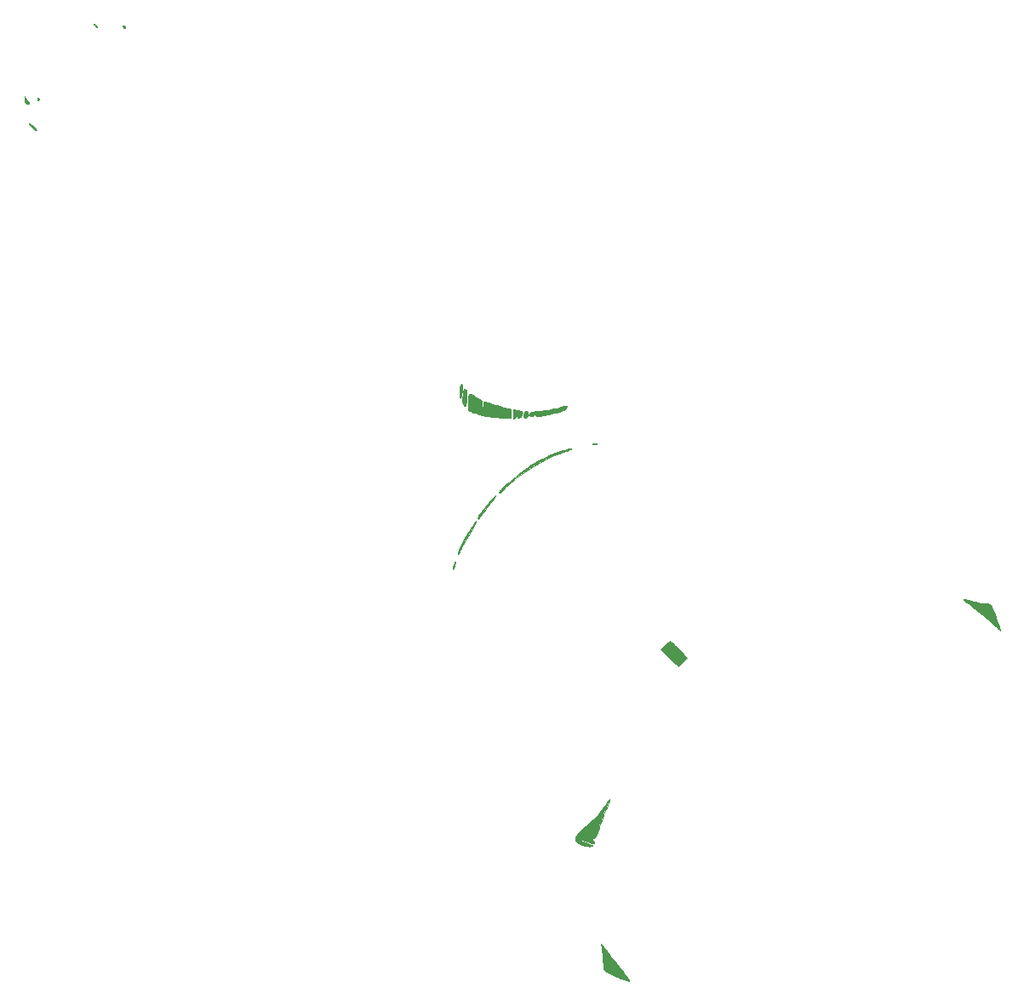
<source format=gbr>
%TF.GenerationSoftware,KiCad,Pcbnew,7.0.2*%
%TF.CreationDate,2023-05-28T20:46:54-05:00*%
%TF.ProjectId,torch-lts,746f7263-682d-46c7-9473-2e6b69636164,1.0*%
%TF.SameCoordinates,Original*%
%TF.FileFunction,Legend,Top*%
%TF.FilePolarity,Positive*%
%FSLAX46Y46*%
G04 Gerber Fmt 4.6, Leading zero omitted, Abs format (unit mm)*
G04 Created by KiCad (PCBNEW 7.0.2) date 2023-05-28 20:46:54*
%MOMM*%
%LPD*%
G01*
G04 APERTURE LIST*
%ADD10C,0.010000*%
G04 APERTURE END LIST*
%TO.C,G\u002A\u002A\u002A*%
D10*
X86720494Y-59431503D02*
X86764751Y-59472894D01*
X86780573Y-59534756D01*
X86772778Y-59579630D01*
X86743859Y-59630686D01*
X86705318Y-59640723D01*
X86657947Y-59609754D01*
X86629893Y-59577194D01*
X86588324Y-59507956D01*
X86583940Y-59458281D01*
X86616680Y-59428534D01*
X86654996Y-59420315D01*
X86720494Y-59431503D01*
G36*
X86720494Y-59431503D02*
G01*
X86764751Y-59472894D01*
X86780573Y-59534756D01*
X86772778Y-59579630D01*
X86743859Y-59630686D01*
X86705318Y-59640723D01*
X86657947Y-59609754D01*
X86629893Y-59577194D01*
X86588324Y-59507956D01*
X86583940Y-59458281D01*
X86616680Y-59428534D01*
X86654996Y-59420315D01*
X86720494Y-59431503D01*
G37*
X95217788Y-52215092D02*
X95285871Y-52250767D01*
X95334459Y-52289435D01*
X95375370Y-52344917D01*
X95381234Y-52395863D01*
X95356943Y-52433148D01*
X95307387Y-52447646D01*
X95255084Y-52437538D01*
X95203131Y-52406243D01*
X95152947Y-52357193D01*
X95117016Y-52304507D01*
X95106917Y-52269983D01*
X95121505Y-52224119D01*
X95160731Y-52206016D01*
X95217788Y-52215092D01*
G36*
X95217788Y-52215092D02*
G01*
X95285871Y-52250767D01*
X95334459Y-52289435D01*
X95375370Y-52344917D01*
X95381234Y-52395863D01*
X95356943Y-52433148D01*
X95307387Y-52447646D01*
X95255084Y-52437538D01*
X95203131Y-52406243D01*
X95152947Y-52357193D01*
X95117016Y-52304507D01*
X95106917Y-52269983D01*
X95121505Y-52224119D01*
X95160731Y-52206016D01*
X95217788Y-52215092D01*
G37*
X92231909Y-52004468D02*
X92287977Y-52037084D01*
X92291250Y-52039337D01*
X92349253Y-52084681D01*
X92411852Y-52141565D01*
X92470630Y-52201242D01*
X92517171Y-52254968D01*
X92543059Y-52293997D01*
X92545750Y-52303794D01*
X92527690Y-52320246D01*
X92494470Y-52325434D01*
X92453158Y-52312260D01*
X92401464Y-52269941D01*
X92341933Y-52203725D01*
X92287893Y-52138746D01*
X92241078Y-52082415D01*
X92211089Y-52046283D01*
X92209899Y-52044845D01*
X92187877Y-52008687D01*
X92196878Y-51995115D01*
X92231909Y-52004468D01*
G36*
X92231909Y-52004468D02*
G01*
X92287977Y-52037084D01*
X92291250Y-52039337D01*
X92349253Y-52084681D01*
X92411852Y-52141565D01*
X92470630Y-52201242D01*
X92517171Y-52254968D01*
X92543059Y-52293997D01*
X92545750Y-52303794D01*
X92527690Y-52320246D01*
X92494470Y-52325434D01*
X92453158Y-52312260D01*
X92401464Y-52269941D01*
X92341933Y-52203725D01*
X92287893Y-52138746D01*
X92241078Y-52082415D01*
X92211089Y-52046283D01*
X92209899Y-52044845D01*
X92187877Y-52008687D01*
X92196878Y-51995115D01*
X92231909Y-52004468D01*
G37*
X142092609Y-93755479D02*
X142164438Y-93765314D01*
X142227521Y-93779917D01*
X142271956Y-93797311D01*
X142287844Y-93815516D01*
X142284199Y-93822373D01*
X142257447Y-93829632D01*
X142199843Y-93836078D01*
X142122869Y-93841219D01*
X142038005Y-93844562D01*
X141956732Y-93845612D01*
X141890532Y-93843878D01*
X141858792Y-93840653D01*
X141811789Y-93824468D01*
X141804585Y-93803632D01*
X141837756Y-93784665D01*
X141853500Y-93780753D01*
X141917886Y-93767334D01*
X141962312Y-93758033D01*
X142021934Y-93752392D01*
X142092609Y-93755479D01*
G36*
X142092609Y-93755479D02*
G01*
X142164438Y-93765314D01*
X142227521Y-93779917D01*
X142271956Y-93797311D01*
X142287844Y-93815516D01*
X142284199Y-93822373D01*
X142257447Y-93829632D01*
X142199843Y-93836078D01*
X142122869Y-93841219D01*
X142038005Y-93844562D01*
X141956732Y-93845612D01*
X141890532Y-93843878D01*
X141858792Y-93840653D01*
X141811789Y-93824468D01*
X141804585Y-93803632D01*
X141837756Y-93784665D01*
X141853500Y-93780753D01*
X141917886Y-93767334D01*
X141962312Y-93758033D01*
X142021934Y-93752392D01*
X142092609Y-93755479D01*
G37*
X128172316Y-105592999D02*
X128174848Y-105650852D01*
X128164494Y-105731509D01*
X128143642Y-105827138D01*
X128114676Y-105929904D01*
X128079984Y-106031971D01*
X128041951Y-106125506D01*
X128002964Y-106202674D01*
X127965410Y-106255641D01*
X127938440Y-106275183D01*
X127921483Y-106273384D01*
X127916439Y-106247181D01*
X127921957Y-106188450D01*
X127922875Y-106181655D01*
X127940852Y-106082733D01*
X127967633Y-105975542D01*
X128000463Y-105867403D01*
X128036590Y-105765638D01*
X128073259Y-105677567D01*
X128107718Y-105610512D01*
X128137212Y-105571793D01*
X128154512Y-105565787D01*
X128172316Y-105592999D01*
G36*
X128172316Y-105592999D02*
G01*
X128174848Y-105650852D01*
X128164494Y-105731509D01*
X128143642Y-105827138D01*
X128114676Y-105929904D01*
X128079984Y-106031971D01*
X128041951Y-106125506D01*
X128002964Y-106202674D01*
X127965410Y-106255641D01*
X127938440Y-106275183D01*
X127921483Y-106273384D01*
X127916439Y-106247181D01*
X127921957Y-106188450D01*
X127922875Y-106181655D01*
X127940852Y-106082733D01*
X127967633Y-105975542D01*
X128000463Y-105867403D01*
X128036590Y-105765638D01*
X128073259Y-105677567D01*
X128107718Y-105610512D01*
X128137212Y-105571793D01*
X128154512Y-105565787D01*
X128172316Y-105592999D01*
G37*
X135290854Y-90548136D02*
X135351652Y-90598559D01*
X135389732Y-90682514D01*
X135404164Y-90797238D01*
X135401344Y-90876658D01*
X135379637Y-91009476D01*
X135338336Y-91106293D01*
X135275210Y-91169715D01*
X135188031Y-91202351D01*
X135117696Y-91208288D01*
X135053822Y-91202980D01*
X135014292Y-91181631D01*
X134993236Y-91155198D01*
X134970950Y-91091724D01*
X134963836Y-91002355D01*
X134970847Y-90900298D01*
X134990932Y-90798759D01*
X135023044Y-90710947D01*
X135029490Y-90698577D01*
X135088894Y-90616849D01*
X135158633Y-90561936D01*
X135230649Y-90538477D01*
X135290854Y-90548136D01*
G36*
X135290854Y-90548136D02*
G01*
X135351652Y-90598559D01*
X135389732Y-90682514D01*
X135404164Y-90797238D01*
X135401344Y-90876658D01*
X135379637Y-91009476D01*
X135338336Y-91106293D01*
X135275210Y-91169715D01*
X135188031Y-91202351D01*
X135117696Y-91208288D01*
X135053822Y-91202980D01*
X135014292Y-91181631D01*
X134993236Y-91155198D01*
X134970950Y-91091724D01*
X134963836Y-91002355D01*
X134970847Y-90900298D01*
X134990932Y-90798759D01*
X135023044Y-90710947D01*
X135029490Y-90698577D01*
X135088894Y-90616849D01*
X135158633Y-90561936D01*
X135230649Y-90538477D01*
X135290854Y-90548136D01*
G37*
X85804593Y-61918510D02*
X85864023Y-61947427D01*
X85938850Y-61995112D01*
X86024242Y-62057830D01*
X86115366Y-62131846D01*
X86207391Y-62213422D01*
X86295484Y-62298824D01*
X86374814Y-62384317D01*
X86438315Y-62463106D01*
X86491142Y-62545433D01*
X86511396Y-62601462D01*
X86500851Y-62629636D01*
X86461284Y-62628401D01*
X86394469Y-62596201D01*
X86333334Y-62555061D01*
X86257765Y-62494712D01*
X86172222Y-62418257D01*
X86082182Y-62331560D01*
X85993122Y-62240483D01*
X85910518Y-62150890D01*
X85839849Y-62068645D01*
X85786590Y-61999610D01*
X85756220Y-61949650D01*
X85751250Y-61931924D01*
X85765391Y-61912097D01*
X85804593Y-61918510D01*
G36*
X85804593Y-61918510D02*
G01*
X85864023Y-61947427D01*
X85938850Y-61995112D01*
X86024242Y-62057830D01*
X86115366Y-62131846D01*
X86207391Y-62213422D01*
X86295484Y-62298824D01*
X86374814Y-62384317D01*
X86438315Y-62463106D01*
X86491142Y-62545433D01*
X86511396Y-62601462D01*
X86500851Y-62629636D01*
X86461284Y-62628401D01*
X86394469Y-62596201D01*
X86333334Y-62555061D01*
X86257765Y-62494712D01*
X86172222Y-62418257D01*
X86082182Y-62331560D01*
X85993122Y-62240483D01*
X85910518Y-62150890D01*
X85839849Y-62068645D01*
X85786590Y-61999610D01*
X85756220Y-61949650D01*
X85751250Y-61931924D01*
X85765391Y-61912097D01*
X85804593Y-61918510D01*
G37*
X85358707Y-59265293D02*
X85383031Y-59314136D01*
X85412650Y-59384108D01*
X85422270Y-59408807D01*
X85480396Y-59541164D01*
X85537894Y-59631748D01*
X85595180Y-59681110D01*
X85636227Y-59691434D01*
X85692665Y-59710227D01*
X85730331Y-59764076D01*
X85747265Y-59849188D01*
X85747131Y-59906268D01*
X85738126Y-59979321D01*
X85717917Y-60017330D01*
X85681049Y-60022020D01*
X85622068Y-59995114D01*
X85570266Y-59962156D01*
X85453800Y-59862125D01*
X85375766Y-59744386D01*
X85349423Y-59672757D01*
X85339945Y-59620159D01*
X85333203Y-59547198D01*
X85329328Y-59464449D01*
X85328448Y-59382487D01*
X85330695Y-59311890D01*
X85336198Y-59263232D01*
X85344192Y-59246934D01*
X85358707Y-59265293D01*
G36*
X85358707Y-59265293D02*
G01*
X85383031Y-59314136D01*
X85412650Y-59384108D01*
X85422270Y-59408807D01*
X85480396Y-59541164D01*
X85537894Y-59631748D01*
X85595180Y-59681110D01*
X85636227Y-59691434D01*
X85692665Y-59710227D01*
X85730331Y-59764076D01*
X85747265Y-59849188D01*
X85747131Y-59906268D01*
X85738126Y-59979321D01*
X85717917Y-60017330D01*
X85681049Y-60022020D01*
X85622068Y-59995114D01*
X85570266Y-59962156D01*
X85453800Y-59862125D01*
X85375766Y-59744386D01*
X85349423Y-59672757D01*
X85339945Y-59620159D01*
X85333203Y-59547198D01*
X85329328Y-59464449D01*
X85328448Y-59382487D01*
X85330695Y-59311890D01*
X85336198Y-59263232D01*
X85344192Y-59246934D01*
X85358707Y-59265293D01*
G37*
X128787377Y-87877584D02*
X128813593Y-87912530D01*
X128817968Y-87919216D01*
X128833354Y-87947701D01*
X128843999Y-87983055D01*
X128850625Y-88032830D01*
X128853953Y-88104575D01*
X128854703Y-88205841D01*
X128854089Y-88297472D01*
X128849139Y-88448497D01*
X128837868Y-88605844D01*
X128821437Y-88760960D01*
X128801005Y-88905294D01*
X128777733Y-89030292D01*
X128752782Y-89127403D01*
X128735216Y-89173629D01*
X128698467Y-89223453D01*
X128658944Y-89234893D01*
X128623773Y-89207385D01*
X128611758Y-89183432D01*
X128590666Y-89100089D01*
X128578564Y-88987592D01*
X128574717Y-88853366D01*
X128578388Y-88704836D01*
X128588841Y-88549429D01*
X128605342Y-88394569D01*
X128627153Y-88247683D01*
X128653539Y-88116195D01*
X128683764Y-88007532D01*
X128717093Y-87929118D01*
X128739046Y-87898897D01*
X128767369Y-87874286D01*
X128787377Y-87877584D01*
G36*
X128787377Y-87877584D02*
G01*
X128813593Y-87912530D01*
X128817968Y-87919216D01*
X128833354Y-87947701D01*
X128843999Y-87983055D01*
X128850625Y-88032830D01*
X128853953Y-88104575D01*
X128854703Y-88205841D01*
X128854089Y-88297472D01*
X128849139Y-88448497D01*
X128837868Y-88605844D01*
X128821437Y-88760960D01*
X128801005Y-88905294D01*
X128777733Y-89030292D01*
X128752782Y-89127403D01*
X128735216Y-89173629D01*
X128698467Y-89223453D01*
X128658944Y-89234893D01*
X128623773Y-89207385D01*
X128611758Y-89183432D01*
X128590666Y-89100089D01*
X128578564Y-88987592D01*
X128574717Y-88853366D01*
X128578388Y-88704836D01*
X128588841Y-88549429D01*
X128605342Y-88394569D01*
X128627153Y-88247683D01*
X128653539Y-88116195D01*
X128683764Y-88007532D01*
X128717093Y-87929118D01*
X128739046Y-87898897D01*
X128767369Y-87874286D01*
X128787377Y-87877584D01*
G37*
X129149881Y-88346004D02*
X129210114Y-88393931D01*
X129255666Y-88471850D01*
X129269545Y-88514593D01*
X129288939Y-88616982D01*
X129301466Y-88742355D01*
X129307617Y-88885210D01*
X129307886Y-89040048D01*
X129302763Y-89201368D01*
X129292743Y-89363670D01*
X129278316Y-89521454D01*
X129259975Y-89669219D01*
X129238212Y-89801465D01*
X129213520Y-89912693D01*
X129186391Y-89997400D01*
X129157317Y-90050088D01*
X129130735Y-90065600D01*
X129103490Y-90049883D01*
X129062202Y-90009225D01*
X129027332Y-89967127D01*
X128975220Y-89887465D01*
X128935799Y-89798768D01*
X128908644Y-89696223D01*
X128893328Y-89575017D01*
X128889425Y-89430338D01*
X128896508Y-89257374D01*
X128914151Y-89051312D01*
X128931902Y-88890337D01*
X128952698Y-88721035D01*
X128971254Y-88589358D01*
X128988797Y-88490740D01*
X129006554Y-88420616D01*
X129025753Y-88374420D01*
X129047620Y-88347587D01*
X129073384Y-88335550D01*
X129081385Y-88334218D01*
X129149881Y-88346004D01*
G36*
X129149881Y-88346004D02*
G01*
X129210114Y-88393931D01*
X129255666Y-88471850D01*
X129269545Y-88514593D01*
X129288939Y-88616982D01*
X129301466Y-88742355D01*
X129307617Y-88885210D01*
X129307886Y-89040048D01*
X129302763Y-89201368D01*
X129292743Y-89363670D01*
X129278316Y-89521454D01*
X129259975Y-89669219D01*
X129238212Y-89801465D01*
X129213520Y-89912693D01*
X129186391Y-89997400D01*
X129157317Y-90050088D01*
X129130735Y-90065600D01*
X129103490Y-90049883D01*
X129062202Y-90009225D01*
X129027332Y-89967127D01*
X128975220Y-89887465D01*
X128935799Y-89798768D01*
X128908644Y-89696223D01*
X128893328Y-89575017D01*
X128889425Y-89430338D01*
X128896508Y-89257374D01*
X128914151Y-89051312D01*
X128931902Y-88890337D01*
X128952698Y-88721035D01*
X128971254Y-88589358D01*
X128988797Y-88490740D01*
X129006554Y-88420616D01*
X129025753Y-88374420D01*
X129047620Y-88347587D01*
X129073384Y-88335550D01*
X129081385Y-88334218D01*
X129149881Y-88346004D01*
G37*
X132190917Y-98979371D02*
X132183660Y-99002304D01*
X132160933Y-99042716D01*
X132121306Y-99102532D01*
X132063345Y-99183676D01*
X131985619Y-99288076D01*
X131886696Y-99417657D01*
X131765143Y-99574343D01*
X131619529Y-99760061D01*
X131461184Y-99960617D01*
X131310805Y-100151786D01*
X131166948Y-100336955D01*
X131032163Y-100512698D01*
X130909001Y-100675588D01*
X130800011Y-100822198D01*
X130707745Y-100949103D01*
X130634753Y-101052876D01*
X130583585Y-101130090D01*
X130558898Y-101172809D01*
X130519106Y-101236541D01*
X130482571Y-101260048D01*
X130451002Y-101242795D01*
X130434768Y-101211652D01*
X130424028Y-101158189D01*
X130431793Y-101096773D01*
X130460154Y-101023594D01*
X130511198Y-100934842D01*
X130587016Y-100826707D01*
X130689697Y-100695377D01*
X130773513Y-100593763D01*
X130851532Y-100497727D01*
X130943820Y-100379627D01*
X131040592Y-100252234D01*
X131132063Y-100128319D01*
X131162710Y-100085763D01*
X131318244Y-99871430D01*
X131457859Y-99686870D01*
X131587046Y-99525335D01*
X131711295Y-99380078D01*
X131836095Y-99244351D01*
X131905735Y-99172559D01*
X132011688Y-99069059D01*
X132092560Y-98998790D01*
X132148965Y-98961338D01*
X132181514Y-98956287D01*
X132190917Y-98979371D01*
G36*
X132190917Y-98979371D02*
G01*
X132183660Y-99002304D01*
X132160933Y-99042716D01*
X132121306Y-99102532D01*
X132063345Y-99183676D01*
X131985619Y-99288076D01*
X131886696Y-99417657D01*
X131765143Y-99574343D01*
X131619529Y-99760061D01*
X131461184Y-99960617D01*
X131310805Y-100151786D01*
X131166948Y-100336955D01*
X131032163Y-100512698D01*
X130909001Y-100675588D01*
X130800011Y-100822198D01*
X130707745Y-100949103D01*
X130634753Y-101052876D01*
X130583585Y-101130090D01*
X130558898Y-101172809D01*
X130519106Y-101236541D01*
X130482571Y-101260048D01*
X130451002Y-101242795D01*
X130434768Y-101211652D01*
X130424028Y-101158189D01*
X130431793Y-101096773D01*
X130460154Y-101023594D01*
X130511198Y-100934842D01*
X130587016Y-100826707D01*
X130689697Y-100695377D01*
X130773513Y-100593763D01*
X130851532Y-100497727D01*
X130943820Y-100379627D01*
X131040592Y-100252234D01*
X131132063Y-100128319D01*
X131162710Y-100085763D01*
X131318244Y-99871430D01*
X131457859Y-99686870D01*
X131587046Y-99525335D01*
X131711295Y-99380078D01*
X131836095Y-99244351D01*
X131905735Y-99172559D01*
X132011688Y-99069059D01*
X132092560Y-98998790D01*
X132148965Y-98961338D01*
X132181514Y-98956287D01*
X132190917Y-98979371D01*
G37*
X133992724Y-90392159D02*
X134030966Y-90399610D01*
X134102060Y-90412514D01*
X134197114Y-90429291D01*
X134307234Y-90448359D01*
X134353556Y-90456282D01*
X134508642Y-90484490D01*
X134626679Y-90510707D01*
X134712761Y-90536953D01*
X134771982Y-90565248D01*
X134809437Y-90597612D01*
X134830219Y-90636065D01*
X134833321Y-90646536D01*
X134840304Y-90733985D01*
X134825636Y-90839518D01*
X134793660Y-90950224D01*
X134748723Y-91053190D01*
X134695167Y-91135503D01*
X134656192Y-91172983D01*
X134568141Y-91216500D01*
X134482794Y-91221058D01*
X134406267Y-91186348D01*
X134405345Y-91185627D01*
X134374518Y-91159393D01*
X134357219Y-91133525D01*
X134350714Y-91096420D01*
X134352271Y-91036474D01*
X134356443Y-90978015D01*
X134368517Y-90818365D01*
X134323940Y-90891774D01*
X134247973Y-91013768D01*
X134177296Y-91121425D01*
X134115420Y-91209833D01*
X134065857Y-91274081D01*
X134032117Y-91309256D01*
X134021739Y-91314434D01*
X133985008Y-91298442D01*
X133976407Y-91288263D01*
X133971141Y-91260016D01*
X133965720Y-91196151D01*
X133960504Y-91103381D01*
X133955853Y-90988416D01*
X133952129Y-90857971D01*
X133951340Y-90821527D01*
X133942447Y-90380963D01*
X133992724Y-90392159D01*
G36*
X133992724Y-90392159D02*
G01*
X134030966Y-90399610D01*
X134102060Y-90412514D01*
X134197114Y-90429291D01*
X134307234Y-90448359D01*
X134353556Y-90456282D01*
X134508642Y-90484490D01*
X134626679Y-90510707D01*
X134712761Y-90536953D01*
X134771982Y-90565248D01*
X134809437Y-90597612D01*
X134830219Y-90636065D01*
X134833321Y-90646536D01*
X134840304Y-90733985D01*
X134825636Y-90839518D01*
X134793660Y-90950224D01*
X134748723Y-91053190D01*
X134695167Y-91135503D01*
X134656192Y-91172983D01*
X134568141Y-91216500D01*
X134482794Y-91221058D01*
X134406267Y-91186348D01*
X134405345Y-91185627D01*
X134374518Y-91159393D01*
X134357219Y-91133525D01*
X134350714Y-91096420D01*
X134352271Y-91036474D01*
X134356443Y-90978015D01*
X134368517Y-90818365D01*
X134323940Y-90891774D01*
X134247973Y-91013768D01*
X134177296Y-91121425D01*
X134115420Y-91209833D01*
X134065857Y-91274081D01*
X134032117Y-91309256D01*
X134021739Y-91314434D01*
X133985008Y-91298442D01*
X133976407Y-91288263D01*
X133971141Y-91260016D01*
X133965720Y-91196151D01*
X133960504Y-91103381D01*
X133955853Y-90988416D01*
X133952129Y-90857971D01*
X133951340Y-90821527D01*
X133942447Y-90380963D01*
X133992724Y-90392159D01*
G37*
X130241072Y-101512927D02*
X130233235Y-101563473D01*
X130204371Y-101645090D01*
X130155601Y-101755627D01*
X130088040Y-101892936D01*
X130002808Y-102054865D01*
X129901022Y-102239266D01*
X129783801Y-102443989D01*
X129652262Y-102666885D01*
X129507523Y-102905802D01*
X129417668Y-103051350D01*
X129279181Y-103275634D01*
X129160851Y-103470879D01*
X129059312Y-103643240D01*
X128971199Y-103798873D01*
X128893145Y-103943936D01*
X128821786Y-104084585D01*
X128753755Y-104226975D01*
X128685686Y-104377265D01*
X128656709Y-104443229D01*
X128593806Y-104579618D01*
X128541138Y-104676220D01*
X128497888Y-104734111D01*
X128463236Y-104754369D01*
X128436365Y-104738071D01*
X128434684Y-104735477D01*
X128430538Y-104696605D01*
X128442387Y-104625955D01*
X128468034Y-104529975D01*
X128505286Y-104415113D01*
X128551945Y-104287815D01*
X128605815Y-104154531D01*
X128664702Y-104021707D01*
X128709042Y-103929843D01*
X128775580Y-103801566D01*
X128855863Y-103653936D01*
X128947711Y-103490451D01*
X129048942Y-103314608D01*
X129157376Y-103129905D01*
X129270832Y-102939840D01*
X129387130Y-102747911D01*
X129504087Y-102557616D01*
X129619524Y-102372451D01*
X129731260Y-102195917D01*
X129837113Y-102031509D01*
X129934904Y-101882725D01*
X130022450Y-101753065D01*
X130097572Y-101646024D01*
X130158089Y-101565102D01*
X130201819Y-101513796D01*
X130226581Y-101495603D01*
X130226766Y-101495600D01*
X130241072Y-101512927D01*
G36*
X130241072Y-101512927D02*
G01*
X130233235Y-101563473D01*
X130204371Y-101645090D01*
X130155601Y-101755627D01*
X130088040Y-101892936D01*
X130002808Y-102054865D01*
X129901022Y-102239266D01*
X129783801Y-102443989D01*
X129652262Y-102666885D01*
X129507523Y-102905802D01*
X129417668Y-103051350D01*
X129279181Y-103275634D01*
X129160851Y-103470879D01*
X129059312Y-103643240D01*
X128971199Y-103798873D01*
X128893145Y-103943936D01*
X128821786Y-104084585D01*
X128753755Y-104226975D01*
X128685686Y-104377265D01*
X128656709Y-104443229D01*
X128593806Y-104579618D01*
X128541138Y-104676220D01*
X128497888Y-104734111D01*
X128463236Y-104754369D01*
X128436365Y-104738071D01*
X128434684Y-104735477D01*
X128430538Y-104696605D01*
X128442387Y-104625955D01*
X128468034Y-104529975D01*
X128505286Y-104415113D01*
X128551945Y-104287815D01*
X128605815Y-104154531D01*
X128664702Y-104021707D01*
X128709042Y-103929843D01*
X128775580Y-103801566D01*
X128855863Y-103653936D01*
X128947711Y-103490451D01*
X129048942Y-103314608D01*
X129157376Y-103129905D01*
X129270832Y-102939840D01*
X129387130Y-102747911D01*
X129504087Y-102557616D01*
X129619524Y-102372451D01*
X129731260Y-102195917D01*
X129837113Y-102031509D01*
X129934904Y-101882725D01*
X130022450Y-101753065D01*
X130097572Y-101646024D01*
X130158089Y-101565102D01*
X130201819Y-101513796D01*
X130226581Y-101495603D01*
X130226766Y-101495600D01*
X130241072Y-101512927D01*
G37*
X149678506Y-113565390D02*
X149739333Y-113615261D01*
X149825836Y-113690849D01*
X149933649Y-113788043D01*
X150058407Y-113902733D01*
X150195745Y-114030808D01*
X150341297Y-114168158D01*
X150490699Y-114310673D01*
X150639585Y-114454242D01*
X150783590Y-114594754D01*
X150918349Y-114728098D01*
X150995549Y-114805580D01*
X151247599Y-115060185D01*
X151016716Y-115307939D01*
X150908040Y-115421891D01*
X150797434Y-115533090D01*
X150689483Y-115637368D01*
X150588773Y-115730556D01*
X150499893Y-115808486D01*
X150427427Y-115866992D01*
X150375964Y-115901905D01*
X150354072Y-115910100D01*
X150327287Y-115896260D01*
X150275955Y-115858002D01*
X150206074Y-115800222D01*
X150123641Y-115727813D01*
X150065458Y-115674558D01*
X149976607Y-115590910D01*
X149871979Y-115490705D01*
X149755019Y-115377388D01*
X149629171Y-115254404D01*
X149497879Y-115125196D01*
X149364588Y-114993211D01*
X149232741Y-114861892D01*
X149105785Y-114734684D01*
X148987162Y-114615032D01*
X148880317Y-114506381D01*
X148788695Y-114412175D01*
X148715740Y-114335859D01*
X148664897Y-114280878D01*
X148639609Y-114250677D01*
X148637417Y-114246396D01*
X148652385Y-114221799D01*
X148693860Y-114173980D01*
X148756699Y-114107830D01*
X148835760Y-114028243D01*
X148925899Y-113940110D01*
X149021974Y-113848323D01*
X149118843Y-113757775D01*
X149211362Y-113673356D01*
X149294389Y-113599959D01*
X149362780Y-113542477D01*
X149411394Y-113505801D01*
X149424085Y-113498086D01*
X149522836Y-113446156D01*
X149678506Y-113565390D01*
G36*
X149678506Y-113565390D02*
G01*
X149739333Y-113615261D01*
X149825836Y-113690849D01*
X149933649Y-113788043D01*
X150058407Y-113902733D01*
X150195745Y-114030808D01*
X150341297Y-114168158D01*
X150490699Y-114310673D01*
X150639585Y-114454242D01*
X150783590Y-114594754D01*
X150918349Y-114728098D01*
X150995549Y-114805580D01*
X151247599Y-115060185D01*
X151016716Y-115307939D01*
X150908040Y-115421891D01*
X150797434Y-115533090D01*
X150689483Y-115637368D01*
X150588773Y-115730556D01*
X150499893Y-115808486D01*
X150427427Y-115866992D01*
X150375964Y-115901905D01*
X150354072Y-115910100D01*
X150327287Y-115896260D01*
X150275955Y-115858002D01*
X150206074Y-115800222D01*
X150123641Y-115727813D01*
X150065458Y-115674558D01*
X149976607Y-115590910D01*
X149871979Y-115490705D01*
X149755019Y-115377388D01*
X149629171Y-115254404D01*
X149497879Y-115125196D01*
X149364588Y-114993211D01*
X149232741Y-114861892D01*
X149105785Y-114734684D01*
X148987162Y-114615032D01*
X148880317Y-114506381D01*
X148788695Y-114412175D01*
X148715740Y-114335859D01*
X148664897Y-114280878D01*
X148639609Y-114250677D01*
X148637417Y-114246396D01*
X148652385Y-114221799D01*
X148693860Y-114173980D01*
X148756699Y-114107830D01*
X148835760Y-114028243D01*
X148925899Y-113940110D01*
X149021974Y-113848323D01*
X149118843Y-113757775D01*
X149211362Y-113673356D01*
X149294389Y-113599959D01*
X149362780Y-113542477D01*
X149411394Y-113505801D01*
X149424085Y-113498086D01*
X149522836Y-113446156D01*
X149678506Y-113565390D01*
G37*
X142689971Y-143553565D02*
X142726710Y-143597106D01*
X142782368Y-143666188D01*
X142853665Y-143756677D01*
X142937320Y-143864439D01*
X143030053Y-143985342D01*
X143051328Y-144013269D01*
X143393072Y-144461418D01*
X143712037Y-144877638D01*
X144007878Y-145261482D01*
X144280249Y-145612503D01*
X144528805Y-145930257D01*
X144753200Y-146214296D01*
X144859616Y-146347767D01*
X144970667Y-146487026D01*
X145077062Y-146621326D01*
X145174894Y-146745670D01*
X145260260Y-146855063D01*
X145329254Y-146944511D01*
X145377971Y-147009018D01*
X145396003Y-147033901D01*
X145453227Y-147126000D01*
X145480585Y-147195050D01*
X145477747Y-147239196D01*
X145444378Y-147256584D01*
X145435959Y-147256753D01*
X145402593Y-147249656D01*
X145335826Y-147230448D01*
X145242153Y-147201183D01*
X145128068Y-147163912D01*
X145000063Y-147120685D01*
X144943834Y-147101290D01*
X144754055Y-147034957D01*
X144595762Y-146978345D01*
X144460215Y-146927988D01*
X144338671Y-146880422D01*
X144222389Y-146832183D01*
X144102628Y-146779805D01*
X143970646Y-146719825D01*
X143906667Y-146690234D01*
X143654804Y-146569614D01*
X143440206Y-146458985D01*
X143263474Y-146358719D01*
X143125206Y-146269191D01*
X143026000Y-146190775D01*
X142966456Y-146123847D01*
X142951153Y-146093066D01*
X142934694Y-146022250D01*
X142918336Y-145910850D01*
X142902242Y-145760615D01*
X142886580Y-145573291D01*
X142871514Y-145350629D01*
X142857985Y-145109517D01*
X142840731Y-144820091D01*
X142819911Y-144561790D01*
X142794313Y-144323469D01*
X142762727Y-144093986D01*
X142723942Y-143862196D01*
X142720304Y-143842193D01*
X142701611Y-143736163D01*
X142687023Y-143645882D01*
X142677684Y-143579057D01*
X142674736Y-143543396D01*
X142675432Y-143539696D01*
X142689971Y-143553565D01*
G36*
X142689971Y-143553565D02*
G01*
X142726710Y-143597106D01*
X142782368Y-143666188D01*
X142853665Y-143756677D01*
X142937320Y-143864439D01*
X143030053Y-143985342D01*
X143051328Y-144013269D01*
X143393072Y-144461418D01*
X143712037Y-144877638D01*
X144007878Y-145261482D01*
X144280249Y-145612503D01*
X144528805Y-145930257D01*
X144753200Y-146214296D01*
X144859616Y-146347767D01*
X144970667Y-146487026D01*
X145077062Y-146621326D01*
X145174894Y-146745670D01*
X145260260Y-146855063D01*
X145329254Y-146944511D01*
X145377971Y-147009018D01*
X145396003Y-147033901D01*
X145453227Y-147126000D01*
X145480585Y-147195050D01*
X145477747Y-147239196D01*
X145444378Y-147256584D01*
X145435959Y-147256753D01*
X145402593Y-147249656D01*
X145335826Y-147230448D01*
X145242153Y-147201183D01*
X145128068Y-147163912D01*
X145000063Y-147120685D01*
X144943834Y-147101290D01*
X144754055Y-147034957D01*
X144595762Y-146978345D01*
X144460215Y-146927988D01*
X144338671Y-146880422D01*
X144222389Y-146832183D01*
X144102628Y-146779805D01*
X143970646Y-146719825D01*
X143906667Y-146690234D01*
X143654804Y-146569614D01*
X143440206Y-146458985D01*
X143263474Y-146358719D01*
X143125206Y-146269191D01*
X143026000Y-146190775D01*
X142966456Y-146123847D01*
X142951153Y-146093066D01*
X142934694Y-146022250D01*
X142918336Y-145910850D01*
X142902242Y-145760615D01*
X142886580Y-145573291D01*
X142871514Y-145350629D01*
X142857985Y-145109517D01*
X142840731Y-144820091D01*
X142819911Y-144561790D01*
X142794313Y-144323469D01*
X142762727Y-144093986D01*
X142723942Y-143862196D01*
X142720304Y-143842193D01*
X142701611Y-143736163D01*
X142687023Y-143645882D01*
X142677684Y-143579057D01*
X142674736Y-143543396D01*
X142675432Y-143539696D01*
X142689971Y-143553565D01*
G37*
X139241024Y-90014033D02*
X139243308Y-90015088D01*
X139259121Y-90047489D01*
X139256723Y-90104902D01*
X139239236Y-90175773D01*
X139209778Y-90248549D01*
X139171469Y-90311674D01*
X139159235Y-90326432D01*
X139098374Y-90374406D01*
X138999097Y-90427858D01*
X138864807Y-90485700D01*
X138698910Y-90546847D01*
X138504809Y-90610211D01*
X138285909Y-90674707D01*
X138045615Y-90739248D01*
X137787331Y-90802746D01*
X137514461Y-90864117D01*
X137396482Y-90888965D01*
X137270327Y-90914216D01*
X137128978Y-90941185D01*
X136979198Y-90968716D01*
X136827748Y-90995654D01*
X136681391Y-91020843D01*
X136546889Y-91043126D01*
X136431004Y-91061349D01*
X136340498Y-91074356D01*
X136282133Y-91080990D01*
X136269425Y-91081600D01*
X136212329Y-91060903D01*
X136148254Y-90999265D01*
X136092131Y-90920394D01*
X136075062Y-90899327D01*
X136056351Y-90900319D01*
X136026427Y-90927384D01*
X135996881Y-90960343D01*
X135937900Y-91014149D01*
X135873834Y-91053120D01*
X135852890Y-91060885D01*
X135795300Y-91075547D01*
X135753374Y-91078527D01*
X135707662Y-91068744D01*
X135651667Y-91049716D01*
X135561566Y-91003430D01*
X135509045Y-90944346D01*
X135495365Y-90876722D01*
X135521782Y-90804817D01*
X135564428Y-90754571D01*
X135631177Y-90706437D01*
X135724885Y-90663734D01*
X135848053Y-90625934D01*
X136003185Y-90592509D01*
X136192781Y-90562931D01*
X136419345Y-90536671D01*
X136685379Y-90513201D01*
X136720584Y-90510509D01*
X137070200Y-90479678D01*
X137389047Y-90441367D01*
X137688341Y-90393510D01*
X137979298Y-90334039D01*
X138273135Y-90260887D01*
X138581067Y-90171986D01*
X138616766Y-90161007D01*
X138767983Y-90115878D01*
X138907813Y-90077260D01*
X139030643Y-90046459D01*
X139130863Y-90024783D01*
X139202861Y-90013539D01*
X139241024Y-90014033D01*
G36*
X139241024Y-90014033D02*
G01*
X139243308Y-90015088D01*
X139259121Y-90047489D01*
X139256723Y-90104902D01*
X139239236Y-90175773D01*
X139209778Y-90248549D01*
X139171469Y-90311674D01*
X139159235Y-90326432D01*
X139098374Y-90374406D01*
X138999097Y-90427858D01*
X138864807Y-90485700D01*
X138698910Y-90546847D01*
X138504809Y-90610211D01*
X138285909Y-90674707D01*
X138045615Y-90739248D01*
X137787331Y-90802746D01*
X137514461Y-90864117D01*
X137396482Y-90888965D01*
X137270327Y-90914216D01*
X137128978Y-90941185D01*
X136979198Y-90968716D01*
X136827748Y-90995654D01*
X136681391Y-91020843D01*
X136546889Y-91043126D01*
X136431004Y-91061349D01*
X136340498Y-91074356D01*
X136282133Y-91080990D01*
X136269425Y-91081600D01*
X136212329Y-91060903D01*
X136148254Y-90999265D01*
X136092131Y-90920394D01*
X136075062Y-90899327D01*
X136056351Y-90900319D01*
X136026427Y-90927384D01*
X135996881Y-90960343D01*
X135937900Y-91014149D01*
X135873834Y-91053120D01*
X135852890Y-91060885D01*
X135795300Y-91075547D01*
X135753374Y-91078527D01*
X135707662Y-91068744D01*
X135651667Y-91049716D01*
X135561566Y-91003430D01*
X135509045Y-90944346D01*
X135495365Y-90876722D01*
X135521782Y-90804817D01*
X135564428Y-90754571D01*
X135631177Y-90706437D01*
X135724885Y-90663734D01*
X135848053Y-90625934D01*
X136003185Y-90592509D01*
X136192781Y-90562931D01*
X136419345Y-90536671D01*
X136685379Y-90513201D01*
X136720584Y-90510509D01*
X137070200Y-90479678D01*
X137389047Y-90441367D01*
X137688341Y-90393510D01*
X137979298Y-90334039D01*
X138273135Y-90260887D01*
X138581067Y-90171986D01*
X138616766Y-90161007D01*
X138767983Y-90115878D01*
X138907813Y-90077260D01*
X139030643Y-90046459D01*
X139130863Y-90024783D01*
X139202861Y-90013539D01*
X139241024Y-90014033D01*
G37*
X139705821Y-94275696D02*
X139720733Y-94292572D01*
X139707629Y-94319618D01*
X139653699Y-94354591D01*
X139559644Y-94397189D01*
X139426166Y-94447113D01*
X139253965Y-94504060D01*
X139163256Y-94532132D01*
X138840615Y-94634688D01*
X138534129Y-94741993D01*
X138232889Y-94858387D01*
X137925986Y-94988211D01*
X137602511Y-95135808D01*
X137387334Y-95238885D01*
X136810037Y-95535343D01*
X136226037Y-95865259D01*
X135644450Y-96222825D01*
X135074394Y-96602234D01*
X134524987Y-96997679D01*
X134064167Y-97355664D01*
X133929108Y-97465752D01*
X133805928Y-97568994D01*
X133687960Y-97671420D01*
X133568534Y-97779062D01*
X133440983Y-97897950D01*
X133298637Y-98034116D01*
X133134828Y-98193590D01*
X133101084Y-98226674D01*
X132953344Y-98370230D01*
X132831886Y-98484925D01*
X132734168Y-98572904D01*
X132657648Y-98636314D01*
X132599786Y-98677298D01*
X132558040Y-98698002D01*
X132538431Y-98701600D01*
X132532006Y-98683027D01*
X132533184Y-98636469D01*
X132535573Y-98615387D01*
X132555497Y-98543719D01*
X132591628Y-98467132D01*
X132606699Y-98443225D01*
X132657863Y-98380382D01*
X132739293Y-98294521D01*
X132847697Y-98188426D01*
X132979777Y-98064878D01*
X133132239Y-97926662D01*
X133301788Y-97776560D01*
X133485130Y-97617355D01*
X133678968Y-97451831D01*
X133880008Y-97282770D01*
X134084955Y-97112955D01*
X134290514Y-96945169D01*
X134493389Y-96782196D01*
X134690286Y-96626818D01*
X134877909Y-96481819D01*
X135052964Y-96349981D01*
X135212156Y-96234087D01*
X135273553Y-96190793D01*
X135577497Y-95989654D01*
X135916679Y-95784572D01*
X136284604Y-95578695D01*
X136674774Y-95375172D01*
X137080693Y-95177154D01*
X137495865Y-94987789D01*
X137913793Y-94810226D01*
X138327981Y-94647615D01*
X138731932Y-94503105D01*
X138806873Y-94477993D01*
X139051791Y-94399514D01*
X139258763Y-94338922D01*
X139427721Y-94296230D01*
X139558595Y-94271452D01*
X139651318Y-94264603D01*
X139705821Y-94275696D01*
G36*
X139705821Y-94275696D02*
G01*
X139720733Y-94292572D01*
X139707629Y-94319618D01*
X139653699Y-94354591D01*
X139559644Y-94397189D01*
X139426166Y-94447113D01*
X139253965Y-94504060D01*
X139163256Y-94532132D01*
X138840615Y-94634688D01*
X138534129Y-94741993D01*
X138232889Y-94858387D01*
X137925986Y-94988211D01*
X137602511Y-95135808D01*
X137387334Y-95238885D01*
X136810037Y-95535343D01*
X136226037Y-95865259D01*
X135644450Y-96222825D01*
X135074394Y-96602234D01*
X134524987Y-96997679D01*
X134064167Y-97355664D01*
X133929108Y-97465752D01*
X133805928Y-97568994D01*
X133687960Y-97671420D01*
X133568534Y-97779062D01*
X133440983Y-97897950D01*
X133298637Y-98034116D01*
X133134828Y-98193590D01*
X133101084Y-98226674D01*
X132953344Y-98370230D01*
X132831886Y-98484925D01*
X132734168Y-98572904D01*
X132657648Y-98636314D01*
X132599786Y-98677298D01*
X132558040Y-98698002D01*
X132538431Y-98701600D01*
X132532006Y-98683027D01*
X132533184Y-98636469D01*
X132535573Y-98615387D01*
X132555497Y-98543719D01*
X132591628Y-98467132D01*
X132606699Y-98443225D01*
X132657863Y-98380382D01*
X132739293Y-98294521D01*
X132847697Y-98188426D01*
X132979777Y-98064878D01*
X133132239Y-97926662D01*
X133301788Y-97776560D01*
X133485130Y-97617355D01*
X133678968Y-97451831D01*
X133880008Y-97282770D01*
X134084955Y-97112955D01*
X134290514Y-96945169D01*
X134493389Y-96782196D01*
X134690286Y-96626818D01*
X134877909Y-96481819D01*
X135052964Y-96349981D01*
X135212156Y-96234087D01*
X135273553Y-96190793D01*
X135577497Y-95989654D01*
X135916679Y-95784572D01*
X136284604Y-95578695D01*
X136674774Y-95375172D01*
X137080693Y-95177154D01*
X137495865Y-94987789D01*
X137913793Y-94810226D01*
X138327981Y-94647615D01*
X138731932Y-94503105D01*
X138806873Y-94477993D01*
X139051791Y-94399514D01*
X139258763Y-94338922D01*
X139427721Y-94296230D01*
X139558595Y-94271452D01*
X139651318Y-94264603D01*
X139705821Y-94275696D01*
G37*
X178907613Y-109299093D02*
X179037558Y-109325688D01*
X179201939Y-109367503D01*
X179255000Y-109382205D01*
X179501282Y-109450694D01*
X179713651Y-109507584D01*
X179898532Y-109554115D01*
X180062350Y-109591529D01*
X180211531Y-109621068D01*
X180352501Y-109643972D01*
X180491684Y-109661482D01*
X180635506Y-109674840D01*
X180790394Y-109685287D01*
X180837611Y-109687913D01*
X180980420Y-109697029D01*
X181103778Y-109707808D01*
X181201066Y-109719524D01*
X181265662Y-109731448D01*
X181282441Y-109736748D01*
X181367324Y-109791958D01*
X181450694Y-109886556D01*
X181533518Y-110021745D01*
X181570166Y-110094670D01*
X181608225Y-110180065D01*
X181657678Y-110299598D01*
X181716305Y-110447324D01*
X181781887Y-110617296D01*
X181852204Y-110803569D01*
X181925037Y-111000196D01*
X181998165Y-111201232D01*
X182069370Y-111400730D01*
X182136431Y-111592744D01*
X182197129Y-111771329D01*
X182206009Y-111797979D01*
X182260935Y-111964076D01*
X182303293Y-112094273D01*
X182334244Y-112192716D01*
X182354947Y-112263548D01*
X182366563Y-112310916D01*
X182370251Y-112338966D01*
X182367172Y-112351842D01*
X182361612Y-112354047D01*
X182340633Y-112340785D01*
X182294260Y-112304422D01*
X182228695Y-112250028D01*
X182150143Y-112182676D01*
X182123084Y-112159045D01*
X182043542Y-112088558D01*
X181940447Y-111996118D01*
X181821313Y-111888522D01*
X181693654Y-111772572D01*
X181564987Y-111655067D01*
X181488084Y-111584489D01*
X181295781Y-111409551D01*
X181105337Y-111239951D01*
X180921289Y-111079539D01*
X180748175Y-110932166D01*
X180590535Y-110801681D01*
X180452907Y-110691935D01*
X180339830Y-110606776D01*
X180313334Y-110587965D01*
X180128660Y-110456238D01*
X179971529Y-110337414D01*
X179832424Y-110223931D01*
X179701829Y-110108230D01*
X179658053Y-110067401D01*
X179527436Y-109946217D01*
X179415465Y-109847693D01*
X179311912Y-109763529D01*
X179206553Y-109685423D01*
X179089161Y-109605074D01*
X179085667Y-109602754D01*
X178942522Y-109504678D01*
X178837062Y-109425329D01*
X178769087Y-109364541D01*
X178738396Y-109322148D01*
X178736417Y-109312251D01*
X178755840Y-109292213D01*
X178813306Y-109287881D01*
X178907613Y-109299093D01*
G36*
X178907613Y-109299093D02*
G01*
X179037558Y-109325688D01*
X179201939Y-109367503D01*
X179255000Y-109382205D01*
X179501282Y-109450694D01*
X179713651Y-109507584D01*
X179898532Y-109554115D01*
X180062350Y-109591529D01*
X180211531Y-109621068D01*
X180352501Y-109643972D01*
X180491684Y-109661482D01*
X180635506Y-109674840D01*
X180790394Y-109685287D01*
X180837611Y-109687913D01*
X180980420Y-109697029D01*
X181103778Y-109707808D01*
X181201066Y-109719524D01*
X181265662Y-109731448D01*
X181282441Y-109736748D01*
X181367324Y-109791958D01*
X181450694Y-109886556D01*
X181533518Y-110021745D01*
X181570166Y-110094670D01*
X181608225Y-110180065D01*
X181657678Y-110299598D01*
X181716305Y-110447324D01*
X181781887Y-110617296D01*
X181852204Y-110803569D01*
X181925037Y-111000196D01*
X181998165Y-111201232D01*
X182069370Y-111400730D01*
X182136431Y-111592744D01*
X182197129Y-111771329D01*
X182206009Y-111797979D01*
X182260935Y-111964076D01*
X182303293Y-112094273D01*
X182334244Y-112192716D01*
X182354947Y-112263548D01*
X182366563Y-112310916D01*
X182370251Y-112338966D01*
X182367172Y-112351842D01*
X182361612Y-112354047D01*
X182340633Y-112340785D01*
X182294260Y-112304422D01*
X182228695Y-112250028D01*
X182150143Y-112182676D01*
X182123084Y-112159045D01*
X182043542Y-112088558D01*
X181940447Y-111996118D01*
X181821313Y-111888522D01*
X181693654Y-111772572D01*
X181564987Y-111655067D01*
X181488084Y-111584489D01*
X181295781Y-111409551D01*
X181105337Y-111239951D01*
X180921289Y-111079539D01*
X180748175Y-110932166D01*
X180590535Y-110801681D01*
X180452907Y-110691935D01*
X180339830Y-110606776D01*
X180313334Y-110587965D01*
X180128660Y-110456238D01*
X179971529Y-110337414D01*
X179832424Y-110223931D01*
X179701829Y-110108230D01*
X179658053Y-110067401D01*
X179527436Y-109946217D01*
X179415465Y-109847693D01*
X179311912Y-109763529D01*
X179206553Y-109685423D01*
X179089161Y-109605074D01*
X179085667Y-109602754D01*
X178942522Y-109504678D01*
X178837062Y-109425329D01*
X178769087Y-109364541D01*
X178738396Y-109322148D01*
X178736417Y-109312251D01*
X178755840Y-109292213D01*
X178813306Y-109287881D01*
X178907613Y-109299093D01*
G37*
X129669212Y-88845900D02*
X129735425Y-88863962D01*
X129742687Y-88866866D01*
X129772151Y-88882555D01*
X129830840Y-88916511D01*
X129913312Y-88965403D01*
X130014125Y-89025902D01*
X130127836Y-89094679D01*
X130249004Y-89168406D01*
X130372187Y-89243753D01*
X130491942Y-89317391D01*
X130602827Y-89385991D01*
X130699400Y-89446223D01*
X130776218Y-89494759D01*
X130827841Y-89528270D01*
X130848825Y-89543425D01*
X130848943Y-89543592D01*
X130847771Y-89564696D01*
X130843275Y-89621591D01*
X130835994Y-89707913D01*
X130826467Y-89817296D01*
X130815233Y-89943376D01*
X130812801Y-89970350D01*
X130794671Y-90182830D01*
X130782476Y-90354991D01*
X130776298Y-90488444D01*
X130776220Y-90584798D01*
X130782324Y-90645662D01*
X130794694Y-90672644D01*
X130813412Y-90667355D01*
X130838560Y-90631403D01*
X130846042Y-90617463D01*
X130886325Y-90511701D01*
X130918381Y-90367528D01*
X130941635Y-90188172D01*
X130953985Y-90011862D01*
X130963079Y-89861705D01*
X130974802Y-89748657D01*
X130990136Y-89667524D01*
X131010064Y-89613113D01*
X131035569Y-89580232D01*
X131035694Y-89580128D01*
X131058369Y-89574445D01*
X131102471Y-89580764D01*
X131172826Y-89600346D01*
X131274259Y-89634453D01*
X131356479Y-89664035D01*
X131520088Y-89722181D01*
X131706713Y-89785624D01*
X131910133Y-89852477D01*
X132124128Y-89920854D01*
X132342478Y-89988868D01*
X132558962Y-90054634D01*
X132767361Y-90116263D01*
X132961452Y-90171871D01*
X133135018Y-90219570D01*
X133281835Y-90257475D01*
X133395686Y-90283698D01*
X133408000Y-90286202D01*
X133494239Y-90303550D01*
X133569593Y-90319009D01*
X133620188Y-90329726D01*
X133626353Y-90331103D01*
X133661773Y-90346082D01*
X133688997Y-90376021D01*
X133708990Y-90425664D01*
X133722722Y-90499751D01*
X133731157Y-90603024D01*
X133735263Y-90740225D01*
X133736084Y-90869254D01*
X133736084Y-91250934D01*
X133667292Y-91248012D01*
X133628515Y-91245942D01*
X133553686Y-91241571D01*
X133449004Y-91235275D01*
X133320664Y-91227430D01*
X133174866Y-91218412D01*
X133017805Y-91208598D01*
X133005834Y-91207846D01*
X132647631Y-91184301D01*
X132327560Y-91160854D01*
X132041425Y-91136896D01*
X131785028Y-91111821D01*
X131554175Y-91085018D01*
X131344669Y-91055881D01*
X131152314Y-91023801D01*
X130972914Y-90988171D01*
X130802273Y-90948381D01*
X130636195Y-90903824D01*
X130470484Y-90853892D01*
X130394657Y-90829423D01*
X130170820Y-90753538D01*
X129974872Y-90682379D01*
X129809475Y-90617048D01*
X129677289Y-90558651D01*
X129580975Y-90508289D01*
X129524738Y-90468534D01*
X129488801Y-90429281D01*
X129461438Y-90383430D01*
X129441809Y-90325325D01*
X129429071Y-90249313D01*
X129422383Y-90149740D01*
X129420902Y-90020951D01*
X129423788Y-89857292D01*
X129425365Y-89801017D01*
X129433628Y-89582955D01*
X129444689Y-89401491D01*
X129459187Y-89250945D01*
X129477760Y-89125636D01*
X129501046Y-89019885D01*
X129520411Y-88954696D01*
X129545493Y-88889969D01*
X129570821Y-88856229D01*
X129604924Y-88842951D01*
X129611694Y-88842030D01*
X129669212Y-88845900D01*
G36*
X129669212Y-88845900D02*
G01*
X129735425Y-88863962D01*
X129742687Y-88866866D01*
X129772151Y-88882555D01*
X129830840Y-88916511D01*
X129913312Y-88965403D01*
X130014125Y-89025902D01*
X130127836Y-89094679D01*
X130249004Y-89168406D01*
X130372187Y-89243753D01*
X130491942Y-89317391D01*
X130602827Y-89385991D01*
X130699400Y-89446223D01*
X130776218Y-89494759D01*
X130827841Y-89528270D01*
X130848825Y-89543425D01*
X130848943Y-89543592D01*
X130847771Y-89564696D01*
X130843275Y-89621591D01*
X130835994Y-89707913D01*
X130826467Y-89817296D01*
X130815233Y-89943376D01*
X130812801Y-89970350D01*
X130794671Y-90182830D01*
X130782476Y-90354991D01*
X130776298Y-90488444D01*
X130776220Y-90584798D01*
X130782324Y-90645662D01*
X130794694Y-90672644D01*
X130813412Y-90667355D01*
X130838560Y-90631403D01*
X130846042Y-90617463D01*
X130886325Y-90511701D01*
X130918381Y-90367528D01*
X130941635Y-90188172D01*
X130953985Y-90011862D01*
X130963079Y-89861705D01*
X130974802Y-89748657D01*
X130990136Y-89667524D01*
X131010064Y-89613113D01*
X131035569Y-89580232D01*
X131035694Y-89580128D01*
X131058369Y-89574445D01*
X131102471Y-89580764D01*
X131172826Y-89600346D01*
X131274259Y-89634453D01*
X131356479Y-89664035D01*
X131520088Y-89722181D01*
X131706713Y-89785624D01*
X131910133Y-89852477D01*
X132124128Y-89920854D01*
X132342478Y-89988868D01*
X132558962Y-90054634D01*
X132767361Y-90116263D01*
X132961452Y-90171871D01*
X133135018Y-90219570D01*
X133281835Y-90257475D01*
X133395686Y-90283698D01*
X133408000Y-90286202D01*
X133494239Y-90303550D01*
X133569593Y-90319009D01*
X133620188Y-90329726D01*
X133626353Y-90331103D01*
X133661773Y-90346082D01*
X133688997Y-90376021D01*
X133708990Y-90425664D01*
X133722722Y-90499751D01*
X133731157Y-90603024D01*
X133735263Y-90740225D01*
X133736084Y-90869254D01*
X133736084Y-91250934D01*
X133667292Y-91248012D01*
X133628515Y-91245942D01*
X133553686Y-91241571D01*
X133449004Y-91235275D01*
X133320664Y-91227430D01*
X133174866Y-91218412D01*
X133017805Y-91208598D01*
X133005834Y-91207846D01*
X132647631Y-91184301D01*
X132327560Y-91160854D01*
X132041425Y-91136896D01*
X131785028Y-91111821D01*
X131554175Y-91085018D01*
X131344669Y-91055881D01*
X131152314Y-91023801D01*
X130972914Y-90988171D01*
X130802273Y-90948381D01*
X130636195Y-90903824D01*
X130470484Y-90853892D01*
X130394657Y-90829423D01*
X130170820Y-90753538D01*
X129974872Y-90682379D01*
X129809475Y-90617048D01*
X129677289Y-90558651D01*
X129580975Y-90508289D01*
X129524738Y-90468534D01*
X129488801Y-90429281D01*
X129461438Y-90383430D01*
X129441809Y-90325325D01*
X129429071Y-90249313D01*
X129422383Y-90149740D01*
X129420902Y-90020951D01*
X129423788Y-89857292D01*
X129425365Y-89801017D01*
X129433628Y-89582955D01*
X129444689Y-89401491D01*
X129459187Y-89250945D01*
X129477760Y-89125636D01*
X129501046Y-89019885D01*
X129520411Y-88954696D01*
X129545493Y-88889969D01*
X129570821Y-88856229D01*
X129604924Y-88842951D01*
X129611694Y-88842030D01*
X129669212Y-88845900D01*
G37*
X143551473Y-129136257D02*
X143557218Y-129174865D01*
X143545966Y-129242017D01*
X143518734Y-129333078D01*
X143476540Y-129443412D01*
X143441507Y-129523412D01*
X143341224Y-129746137D01*
X143244344Y-129969870D01*
X143148606Y-130200376D01*
X143051752Y-130443422D01*
X142951524Y-130704774D01*
X142845661Y-130990197D01*
X142731905Y-131305459D01*
X142625920Y-131605184D01*
X142539052Y-131851698D01*
X142464073Y-132061961D01*
X142399483Y-132239881D01*
X142343781Y-132389369D01*
X142295466Y-132514331D01*
X142253037Y-132618678D01*
X142214993Y-132706317D01*
X142179833Y-132781157D01*
X142156976Y-132826406D01*
X142093016Y-132938288D01*
X142034751Y-133013962D01*
X141977251Y-133058199D01*
X141915580Y-133075768D01*
X141898271Y-133076556D01*
X141834163Y-133080889D01*
X141785534Y-133089392D01*
X141764307Y-133098237D01*
X141763475Y-133112780D01*
X141787096Y-133139219D01*
X141839231Y-133183751D01*
X141856699Y-133198033D01*
X141951101Y-133288235D01*
X142006307Y-133372567D01*
X142021507Y-133449540D01*
X142013655Y-133485322D01*
X141990156Y-133523508D01*
X141951786Y-133547191D01*
X141895110Y-133555852D01*
X141816692Y-133548969D01*
X141713098Y-133526021D01*
X141580891Y-133486488D01*
X141416636Y-133429849D01*
X141256198Y-133370492D01*
X141131924Y-133324583D01*
X141016871Y-133284029D01*
X140918527Y-133251319D01*
X140844382Y-133228941D01*
X140801924Y-133219382D01*
X140801115Y-133219311D01*
X140753406Y-133219555D01*
X140734541Y-133236520D01*
X140731667Y-133266767D01*
X140751992Y-133311345D01*
X140810379Y-133359606D01*
X140902946Y-133409505D01*
X141025812Y-133458996D01*
X141175095Y-133506034D01*
X141197334Y-133512159D01*
X141346211Y-133555446D01*
X141483484Y-133600958D01*
X141602265Y-133646023D01*
X141695667Y-133687965D01*
X141756802Y-133724112D01*
X141768162Y-133733758D01*
X141796048Y-133765544D01*
X141793501Y-133788684D01*
X141772706Y-133811725D01*
X141727259Y-133833893D01*
X141648988Y-133848016D01*
X141546676Y-133853863D01*
X141429104Y-133851199D01*
X141305055Y-133839794D01*
X141218500Y-133826380D01*
X141090030Y-133800256D01*
X140978674Y-133771008D01*
X140871303Y-133734081D01*
X140754786Y-133684917D01*
X140615994Y-133618963D01*
X140604667Y-133613383D01*
X140426571Y-133519859D01*
X140288097Y-133434677D01*
X140189813Y-133358223D01*
X140136894Y-133298273D01*
X140107932Y-133220498D01*
X140102493Y-133120607D01*
X140119844Y-133011182D01*
X140159252Y-132904803D01*
X140159884Y-132903540D01*
X140218067Y-132797941D01*
X140287787Y-132691734D01*
X140372114Y-132581642D01*
X140474114Y-132464384D01*
X140596854Y-132336683D01*
X140743404Y-132195258D01*
X140916830Y-132036831D01*
X141120199Y-131858122D01*
X141211381Y-131779572D01*
X141557651Y-131475988D01*
X141869315Y-131188191D01*
X142149491Y-130912762D01*
X142401298Y-130646283D01*
X142627853Y-130385332D01*
X142832277Y-130126492D01*
X143017687Y-129866341D01*
X143165709Y-129636684D01*
X143270160Y-129470091D01*
X143359369Y-129334841D01*
X143432262Y-129232430D01*
X143487768Y-129164357D01*
X143524816Y-129132119D01*
X143527713Y-129130827D01*
X143551473Y-129136257D01*
G36*
X143551473Y-129136257D02*
G01*
X143557218Y-129174865D01*
X143545966Y-129242017D01*
X143518734Y-129333078D01*
X143476540Y-129443412D01*
X143441507Y-129523412D01*
X143341224Y-129746137D01*
X143244344Y-129969870D01*
X143148606Y-130200376D01*
X143051752Y-130443422D01*
X142951524Y-130704774D01*
X142845661Y-130990197D01*
X142731905Y-131305459D01*
X142625920Y-131605184D01*
X142539052Y-131851698D01*
X142464073Y-132061961D01*
X142399483Y-132239881D01*
X142343781Y-132389369D01*
X142295466Y-132514331D01*
X142253037Y-132618678D01*
X142214993Y-132706317D01*
X142179833Y-132781157D01*
X142156976Y-132826406D01*
X142093016Y-132938288D01*
X142034751Y-133013962D01*
X141977251Y-133058199D01*
X141915580Y-133075768D01*
X141898271Y-133076556D01*
X141834163Y-133080889D01*
X141785534Y-133089392D01*
X141764307Y-133098237D01*
X141763475Y-133112780D01*
X141787096Y-133139219D01*
X141839231Y-133183751D01*
X141856699Y-133198033D01*
X141951101Y-133288235D01*
X142006307Y-133372567D01*
X142021507Y-133449540D01*
X142013655Y-133485322D01*
X141990156Y-133523508D01*
X141951786Y-133547191D01*
X141895110Y-133555852D01*
X141816692Y-133548969D01*
X141713098Y-133526021D01*
X141580891Y-133486488D01*
X141416636Y-133429849D01*
X141256198Y-133370492D01*
X141131924Y-133324583D01*
X141016871Y-133284029D01*
X140918527Y-133251319D01*
X140844382Y-133228941D01*
X140801924Y-133219382D01*
X140801115Y-133219311D01*
X140753406Y-133219555D01*
X140734541Y-133236520D01*
X140731667Y-133266767D01*
X140751992Y-133311345D01*
X140810379Y-133359606D01*
X140902946Y-133409505D01*
X141025812Y-133458996D01*
X141175095Y-133506034D01*
X141197334Y-133512159D01*
X141346211Y-133555446D01*
X141483484Y-133600958D01*
X141602265Y-133646023D01*
X141695667Y-133687965D01*
X141756802Y-133724112D01*
X141768162Y-133733758D01*
X141796048Y-133765544D01*
X141793501Y-133788684D01*
X141772706Y-133811725D01*
X141727259Y-133833893D01*
X141648988Y-133848016D01*
X141546676Y-133853863D01*
X141429104Y-133851199D01*
X141305055Y-133839794D01*
X141218500Y-133826380D01*
X141090030Y-133800256D01*
X140978674Y-133771008D01*
X140871303Y-133734081D01*
X140754786Y-133684917D01*
X140615994Y-133618963D01*
X140604667Y-133613383D01*
X140426571Y-133519859D01*
X140288097Y-133434677D01*
X140189813Y-133358223D01*
X140136894Y-133298273D01*
X140107932Y-133220498D01*
X140102493Y-133120607D01*
X140119844Y-133011182D01*
X140159252Y-132904803D01*
X140159884Y-132903540D01*
X140218067Y-132797941D01*
X140287787Y-132691734D01*
X140372114Y-132581642D01*
X140474114Y-132464384D01*
X140596854Y-132336683D01*
X140743404Y-132195258D01*
X140916830Y-132036831D01*
X141120199Y-131858122D01*
X141211381Y-131779572D01*
X141557651Y-131475988D01*
X141869315Y-131188191D01*
X142149491Y-130912762D01*
X142401298Y-130646283D01*
X142627853Y-130385332D01*
X142832277Y-130126492D01*
X143017687Y-129866341D01*
X143165709Y-129636684D01*
X143270160Y-129470091D01*
X143359369Y-129334841D01*
X143432262Y-129232430D01*
X143487768Y-129164357D01*
X143524816Y-129132119D01*
X143527713Y-129130827D01*
X143551473Y-129136257D01*
G37*
%TD*%
M02*

</source>
